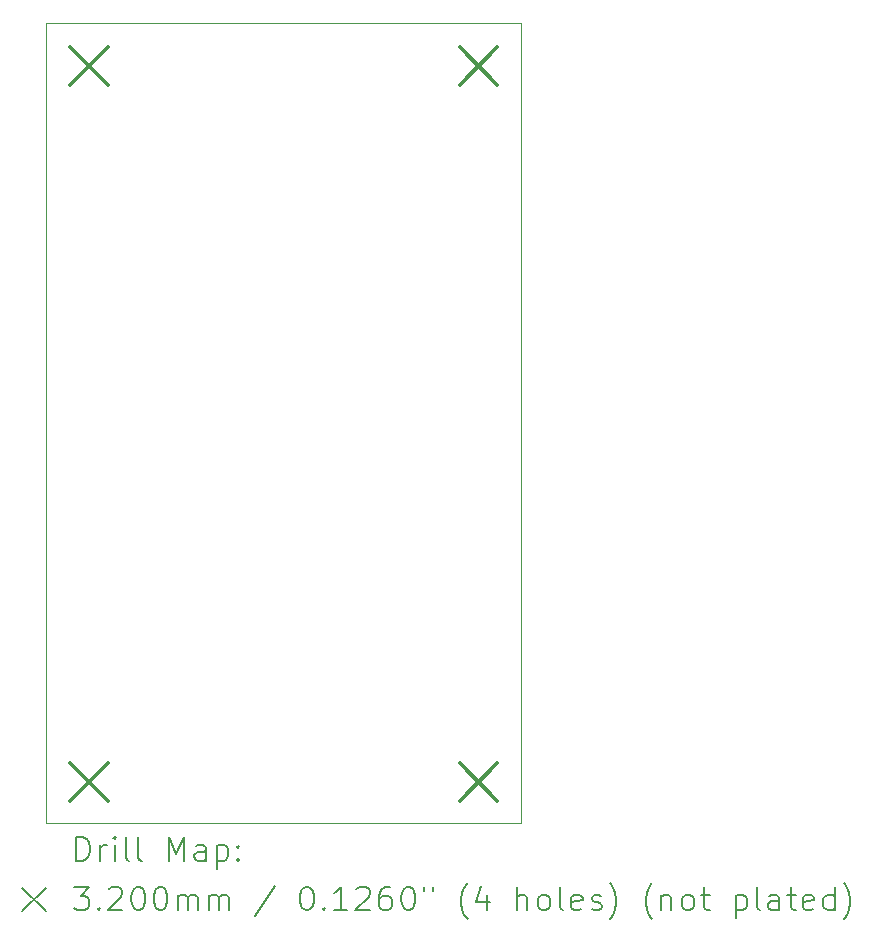
<source format=gbr>
%TF.GenerationSoftware,KiCad,Pcbnew,7.0.7+dfsg-1*%
%TF.CreationDate,2024-04-04T18:04:26+01:00*%
%TF.ProjectId,point-controller-switches,706f696e-742d-4636-9f6e-74726f6c6c65,rev?*%
%TF.SameCoordinates,Original*%
%TF.FileFunction,Drillmap*%
%TF.FilePolarity,Positive*%
%FSLAX45Y45*%
G04 Gerber Fmt 4.5, Leading zero omitted, Abs format (unit mm)*
G04 Created by KiCad (PCBNEW 7.0.7+dfsg-1) date 2024-04-04 18:04:26*
%MOMM*%
%LPD*%
G01*
G04 APERTURE LIST*
%ADD10C,0.100000*%
%ADD11C,0.200000*%
%ADD12C,0.320000*%
G04 APERTURE END LIST*
D10*
X10640000Y-8372500D02*
X14660000Y-8372500D01*
X14660000Y-15152500D01*
X10640000Y-15152500D01*
X10640000Y-8372500D01*
D11*
D12*
X10840000Y-8580000D02*
X11160000Y-8900000D01*
X11160000Y-8580000D02*
X10840000Y-8900000D01*
X10840000Y-14640000D02*
X11160000Y-14960000D01*
X11160000Y-14640000D02*
X10840000Y-14960000D01*
X14140000Y-8580000D02*
X14460000Y-8900000D01*
X14460000Y-8580000D02*
X14140000Y-8900000D01*
X14140000Y-14640000D02*
X14460000Y-14960000D01*
X14460000Y-14640000D02*
X14140000Y-14960000D01*
D11*
X10895777Y-15468984D02*
X10895777Y-15268984D01*
X10895777Y-15268984D02*
X10943396Y-15268984D01*
X10943396Y-15268984D02*
X10971967Y-15278508D01*
X10971967Y-15278508D02*
X10991015Y-15297555D01*
X10991015Y-15297555D02*
X11000539Y-15316603D01*
X11000539Y-15316603D02*
X11010063Y-15354698D01*
X11010063Y-15354698D02*
X11010063Y-15383269D01*
X11010063Y-15383269D02*
X11000539Y-15421365D01*
X11000539Y-15421365D02*
X10991015Y-15440412D01*
X10991015Y-15440412D02*
X10971967Y-15459460D01*
X10971967Y-15459460D02*
X10943396Y-15468984D01*
X10943396Y-15468984D02*
X10895777Y-15468984D01*
X11095777Y-15468984D02*
X11095777Y-15335650D01*
X11095777Y-15373746D02*
X11105301Y-15354698D01*
X11105301Y-15354698D02*
X11114824Y-15345174D01*
X11114824Y-15345174D02*
X11133872Y-15335650D01*
X11133872Y-15335650D02*
X11152920Y-15335650D01*
X11219586Y-15468984D02*
X11219586Y-15335650D01*
X11219586Y-15268984D02*
X11210062Y-15278508D01*
X11210062Y-15278508D02*
X11219586Y-15288031D01*
X11219586Y-15288031D02*
X11229110Y-15278508D01*
X11229110Y-15278508D02*
X11219586Y-15268984D01*
X11219586Y-15268984D02*
X11219586Y-15288031D01*
X11343396Y-15468984D02*
X11324348Y-15459460D01*
X11324348Y-15459460D02*
X11314824Y-15440412D01*
X11314824Y-15440412D02*
X11314824Y-15268984D01*
X11448158Y-15468984D02*
X11429110Y-15459460D01*
X11429110Y-15459460D02*
X11419586Y-15440412D01*
X11419586Y-15440412D02*
X11419586Y-15268984D01*
X11676729Y-15468984D02*
X11676729Y-15268984D01*
X11676729Y-15268984D02*
X11743396Y-15411841D01*
X11743396Y-15411841D02*
X11810062Y-15268984D01*
X11810062Y-15268984D02*
X11810062Y-15468984D01*
X11991015Y-15468984D02*
X11991015Y-15364222D01*
X11991015Y-15364222D02*
X11981491Y-15345174D01*
X11981491Y-15345174D02*
X11962443Y-15335650D01*
X11962443Y-15335650D02*
X11924348Y-15335650D01*
X11924348Y-15335650D02*
X11905301Y-15345174D01*
X11991015Y-15459460D02*
X11971967Y-15468984D01*
X11971967Y-15468984D02*
X11924348Y-15468984D01*
X11924348Y-15468984D02*
X11905301Y-15459460D01*
X11905301Y-15459460D02*
X11895777Y-15440412D01*
X11895777Y-15440412D02*
X11895777Y-15421365D01*
X11895777Y-15421365D02*
X11905301Y-15402317D01*
X11905301Y-15402317D02*
X11924348Y-15392793D01*
X11924348Y-15392793D02*
X11971967Y-15392793D01*
X11971967Y-15392793D02*
X11991015Y-15383269D01*
X12086253Y-15335650D02*
X12086253Y-15535650D01*
X12086253Y-15345174D02*
X12105301Y-15335650D01*
X12105301Y-15335650D02*
X12143396Y-15335650D01*
X12143396Y-15335650D02*
X12162443Y-15345174D01*
X12162443Y-15345174D02*
X12171967Y-15354698D01*
X12171967Y-15354698D02*
X12181491Y-15373746D01*
X12181491Y-15373746D02*
X12181491Y-15430888D01*
X12181491Y-15430888D02*
X12171967Y-15449936D01*
X12171967Y-15449936D02*
X12162443Y-15459460D01*
X12162443Y-15459460D02*
X12143396Y-15468984D01*
X12143396Y-15468984D02*
X12105301Y-15468984D01*
X12105301Y-15468984D02*
X12086253Y-15459460D01*
X12267205Y-15449936D02*
X12276729Y-15459460D01*
X12276729Y-15459460D02*
X12267205Y-15468984D01*
X12267205Y-15468984D02*
X12257682Y-15459460D01*
X12257682Y-15459460D02*
X12267205Y-15449936D01*
X12267205Y-15449936D02*
X12267205Y-15468984D01*
X12267205Y-15345174D02*
X12276729Y-15354698D01*
X12276729Y-15354698D02*
X12267205Y-15364222D01*
X12267205Y-15364222D02*
X12257682Y-15354698D01*
X12257682Y-15354698D02*
X12267205Y-15345174D01*
X12267205Y-15345174D02*
X12267205Y-15364222D01*
X10435000Y-15697500D02*
X10635000Y-15897500D01*
X10635000Y-15697500D02*
X10435000Y-15897500D01*
X10876729Y-15688984D02*
X11000539Y-15688984D01*
X11000539Y-15688984D02*
X10933872Y-15765174D01*
X10933872Y-15765174D02*
X10962444Y-15765174D01*
X10962444Y-15765174D02*
X10981491Y-15774698D01*
X10981491Y-15774698D02*
X10991015Y-15784222D01*
X10991015Y-15784222D02*
X11000539Y-15803269D01*
X11000539Y-15803269D02*
X11000539Y-15850888D01*
X11000539Y-15850888D02*
X10991015Y-15869936D01*
X10991015Y-15869936D02*
X10981491Y-15879460D01*
X10981491Y-15879460D02*
X10962444Y-15888984D01*
X10962444Y-15888984D02*
X10905301Y-15888984D01*
X10905301Y-15888984D02*
X10886253Y-15879460D01*
X10886253Y-15879460D02*
X10876729Y-15869936D01*
X11086253Y-15869936D02*
X11095777Y-15879460D01*
X11095777Y-15879460D02*
X11086253Y-15888984D01*
X11086253Y-15888984D02*
X11076729Y-15879460D01*
X11076729Y-15879460D02*
X11086253Y-15869936D01*
X11086253Y-15869936D02*
X11086253Y-15888984D01*
X11171967Y-15708031D02*
X11181491Y-15698508D01*
X11181491Y-15698508D02*
X11200539Y-15688984D01*
X11200539Y-15688984D02*
X11248158Y-15688984D01*
X11248158Y-15688984D02*
X11267205Y-15698508D01*
X11267205Y-15698508D02*
X11276729Y-15708031D01*
X11276729Y-15708031D02*
X11286253Y-15727079D01*
X11286253Y-15727079D02*
X11286253Y-15746127D01*
X11286253Y-15746127D02*
X11276729Y-15774698D01*
X11276729Y-15774698D02*
X11162444Y-15888984D01*
X11162444Y-15888984D02*
X11286253Y-15888984D01*
X11410062Y-15688984D02*
X11429110Y-15688984D01*
X11429110Y-15688984D02*
X11448158Y-15698508D01*
X11448158Y-15698508D02*
X11457682Y-15708031D01*
X11457682Y-15708031D02*
X11467205Y-15727079D01*
X11467205Y-15727079D02*
X11476729Y-15765174D01*
X11476729Y-15765174D02*
X11476729Y-15812793D01*
X11476729Y-15812793D02*
X11467205Y-15850888D01*
X11467205Y-15850888D02*
X11457682Y-15869936D01*
X11457682Y-15869936D02*
X11448158Y-15879460D01*
X11448158Y-15879460D02*
X11429110Y-15888984D01*
X11429110Y-15888984D02*
X11410062Y-15888984D01*
X11410062Y-15888984D02*
X11391015Y-15879460D01*
X11391015Y-15879460D02*
X11381491Y-15869936D01*
X11381491Y-15869936D02*
X11371967Y-15850888D01*
X11371967Y-15850888D02*
X11362443Y-15812793D01*
X11362443Y-15812793D02*
X11362443Y-15765174D01*
X11362443Y-15765174D02*
X11371967Y-15727079D01*
X11371967Y-15727079D02*
X11381491Y-15708031D01*
X11381491Y-15708031D02*
X11391015Y-15698508D01*
X11391015Y-15698508D02*
X11410062Y-15688984D01*
X11600539Y-15688984D02*
X11619586Y-15688984D01*
X11619586Y-15688984D02*
X11638634Y-15698508D01*
X11638634Y-15698508D02*
X11648158Y-15708031D01*
X11648158Y-15708031D02*
X11657682Y-15727079D01*
X11657682Y-15727079D02*
X11667205Y-15765174D01*
X11667205Y-15765174D02*
X11667205Y-15812793D01*
X11667205Y-15812793D02*
X11657682Y-15850888D01*
X11657682Y-15850888D02*
X11648158Y-15869936D01*
X11648158Y-15869936D02*
X11638634Y-15879460D01*
X11638634Y-15879460D02*
X11619586Y-15888984D01*
X11619586Y-15888984D02*
X11600539Y-15888984D01*
X11600539Y-15888984D02*
X11581491Y-15879460D01*
X11581491Y-15879460D02*
X11571967Y-15869936D01*
X11571967Y-15869936D02*
X11562443Y-15850888D01*
X11562443Y-15850888D02*
X11552920Y-15812793D01*
X11552920Y-15812793D02*
X11552920Y-15765174D01*
X11552920Y-15765174D02*
X11562443Y-15727079D01*
X11562443Y-15727079D02*
X11571967Y-15708031D01*
X11571967Y-15708031D02*
X11581491Y-15698508D01*
X11581491Y-15698508D02*
X11600539Y-15688984D01*
X11752920Y-15888984D02*
X11752920Y-15755650D01*
X11752920Y-15774698D02*
X11762443Y-15765174D01*
X11762443Y-15765174D02*
X11781491Y-15755650D01*
X11781491Y-15755650D02*
X11810063Y-15755650D01*
X11810063Y-15755650D02*
X11829110Y-15765174D01*
X11829110Y-15765174D02*
X11838634Y-15784222D01*
X11838634Y-15784222D02*
X11838634Y-15888984D01*
X11838634Y-15784222D02*
X11848158Y-15765174D01*
X11848158Y-15765174D02*
X11867205Y-15755650D01*
X11867205Y-15755650D02*
X11895777Y-15755650D01*
X11895777Y-15755650D02*
X11914824Y-15765174D01*
X11914824Y-15765174D02*
X11924348Y-15784222D01*
X11924348Y-15784222D02*
X11924348Y-15888984D01*
X12019586Y-15888984D02*
X12019586Y-15755650D01*
X12019586Y-15774698D02*
X12029110Y-15765174D01*
X12029110Y-15765174D02*
X12048158Y-15755650D01*
X12048158Y-15755650D02*
X12076729Y-15755650D01*
X12076729Y-15755650D02*
X12095777Y-15765174D01*
X12095777Y-15765174D02*
X12105301Y-15784222D01*
X12105301Y-15784222D02*
X12105301Y-15888984D01*
X12105301Y-15784222D02*
X12114824Y-15765174D01*
X12114824Y-15765174D02*
X12133872Y-15755650D01*
X12133872Y-15755650D02*
X12162443Y-15755650D01*
X12162443Y-15755650D02*
X12181491Y-15765174D01*
X12181491Y-15765174D02*
X12191015Y-15784222D01*
X12191015Y-15784222D02*
X12191015Y-15888984D01*
X12581491Y-15679460D02*
X12410063Y-15936603D01*
X12838634Y-15688984D02*
X12857682Y-15688984D01*
X12857682Y-15688984D02*
X12876729Y-15698508D01*
X12876729Y-15698508D02*
X12886253Y-15708031D01*
X12886253Y-15708031D02*
X12895777Y-15727079D01*
X12895777Y-15727079D02*
X12905301Y-15765174D01*
X12905301Y-15765174D02*
X12905301Y-15812793D01*
X12905301Y-15812793D02*
X12895777Y-15850888D01*
X12895777Y-15850888D02*
X12886253Y-15869936D01*
X12886253Y-15869936D02*
X12876729Y-15879460D01*
X12876729Y-15879460D02*
X12857682Y-15888984D01*
X12857682Y-15888984D02*
X12838634Y-15888984D01*
X12838634Y-15888984D02*
X12819586Y-15879460D01*
X12819586Y-15879460D02*
X12810063Y-15869936D01*
X12810063Y-15869936D02*
X12800539Y-15850888D01*
X12800539Y-15850888D02*
X12791015Y-15812793D01*
X12791015Y-15812793D02*
X12791015Y-15765174D01*
X12791015Y-15765174D02*
X12800539Y-15727079D01*
X12800539Y-15727079D02*
X12810063Y-15708031D01*
X12810063Y-15708031D02*
X12819586Y-15698508D01*
X12819586Y-15698508D02*
X12838634Y-15688984D01*
X12991015Y-15869936D02*
X13000539Y-15879460D01*
X13000539Y-15879460D02*
X12991015Y-15888984D01*
X12991015Y-15888984D02*
X12981491Y-15879460D01*
X12981491Y-15879460D02*
X12991015Y-15869936D01*
X12991015Y-15869936D02*
X12991015Y-15888984D01*
X13191015Y-15888984D02*
X13076729Y-15888984D01*
X13133872Y-15888984D02*
X13133872Y-15688984D01*
X13133872Y-15688984D02*
X13114825Y-15717555D01*
X13114825Y-15717555D02*
X13095777Y-15736603D01*
X13095777Y-15736603D02*
X13076729Y-15746127D01*
X13267206Y-15708031D02*
X13276729Y-15698508D01*
X13276729Y-15698508D02*
X13295777Y-15688984D01*
X13295777Y-15688984D02*
X13343396Y-15688984D01*
X13343396Y-15688984D02*
X13362444Y-15698508D01*
X13362444Y-15698508D02*
X13371967Y-15708031D01*
X13371967Y-15708031D02*
X13381491Y-15727079D01*
X13381491Y-15727079D02*
X13381491Y-15746127D01*
X13381491Y-15746127D02*
X13371967Y-15774698D01*
X13371967Y-15774698D02*
X13257682Y-15888984D01*
X13257682Y-15888984D02*
X13381491Y-15888984D01*
X13552920Y-15688984D02*
X13514825Y-15688984D01*
X13514825Y-15688984D02*
X13495777Y-15698508D01*
X13495777Y-15698508D02*
X13486253Y-15708031D01*
X13486253Y-15708031D02*
X13467206Y-15736603D01*
X13467206Y-15736603D02*
X13457682Y-15774698D01*
X13457682Y-15774698D02*
X13457682Y-15850888D01*
X13457682Y-15850888D02*
X13467206Y-15869936D01*
X13467206Y-15869936D02*
X13476729Y-15879460D01*
X13476729Y-15879460D02*
X13495777Y-15888984D01*
X13495777Y-15888984D02*
X13533872Y-15888984D01*
X13533872Y-15888984D02*
X13552920Y-15879460D01*
X13552920Y-15879460D02*
X13562444Y-15869936D01*
X13562444Y-15869936D02*
X13571967Y-15850888D01*
X13571967Y-15850888D02*
X13571967Y-15803269D01*
X13571967Y-15803269D02*
X13562444Y-15784222D01*
X13562444Y-15784222D02*
X13552920Y-15774698D01*
X13552920Y-15774698D02*
X13533872Y-15765174D01*
X13533872Y-15765174D02*
X13495777Y-15765174D01*
X13495777Y-15765174D02*
X13476729Y-15774698D01*
X13476729Y-15774698D02*
X13467206Y-15784222D01*
X13467206Y-15784222D02*
X13457682Y-15803269D01*
X13695777Y-15688984D02*
X13714825Y-15688984D01*
X13714825Y-15688984D02*
X13733872Y-15698508D01*
X13733872Y-15698508D02*
X13743396Y-15708031D01*
X13743396Y-15708031D02*
X13752920Y-15727079D01*
X13752920Y-15727079D02*
X13762444Y-15765174D01*
X13762444Y-15765174D02*
X13762444Y-15812793D01*
X13762444Y-15812793D02*
X13752920Y-15850888D01*
X13752920Y-15850888D02*
X13743396Y-15869936D01*
X13743396Y-15869936D02*
X13733872Y-15879460D01*
X13733872Y-15879460D02*
X13714825Y-15888984D01*
X13714825Y-15888984D02*
X13695777Y-15888984D01*
X13695777Y-15888984D02*
X13676729Y-15879460D01*
X13676729Y-15879460D02*
X13667206Y-15869936D01*
X13667206Y-15869936D02*
X13657682Y-15850888D01*
X13657682Y-15850888D02*
X13648158Y-15812793D01*
X13648158Y-15812793D02*
X13648158Y-15765174D01*
X13648158Y-15765174D02*
X13657682Y-15727079D01*
X13657682Y-15727079D02*
X13667206Y-15708031D01*
X13667206Y-15708031D02*
X13676729Y-15698508D01*
X13676729Y-15698508D02*
X13695777Y-15688984D01*
X13838634Y-15688984D02*
X13838634Y-15727079D01*
X13914825Y-15688984D02*
X13914825Y-15727079D01*
X14210063Y-15965174D02*
X14200539Y-15955650D01*
X14200539Y-15955650D02*
X14181491Y-15927079D01*
X14181491Y-15927079D02*
X14171968Y-15908031D01*
X14171968Y-15908031D02*
X14162444Y-15879460D01*
X14162444Y-15879460D02*
X14152920Y-15831841D01*
X14152920Y-15831841D02*
X14152920Y-15793746D01*
X14152920Y-15793746D02*
X14162444Y-15746127D01*
X14162444Y-15746127D02*
X14171968Y-15717555D01*
X14171968Y-15717555D02*
X14181491Y-15698508D01*
X14181491Y-15698508D02*
X14200539Y-15669936D01*
X14200539Y-15669936D02*
X14210063Y-15660412D01*
X14371968Y-15755650D02*
X14371968Y-15888984D01*
X14324348Y-15679460D02*
X14276729Y-15822317D01*
X14276729Y-15822317D02*
X14400539Y-15822317D01*
X14629110Y-15888984D02*
X14629110Y-15688984D01*
X14714825Y-15888984D02*
X14714825Y-15784222D01*
X14714825Y-15784222D02*
X14705301Y-15765174D01*
X14705301Y-15765174D02*
X14686253Y-15755650D01*
X14686253Y-15755650D02*
X14657682Y-15755650D01*
X14657682Y-15755650D02*
X14638634Y-15765174D01*
X14638634Y-15765174D02*
X14629110Y-15774698D01*
X14838634Y-15888984D02*
X14819587Y-15879460D01*
X14819587Y-15879460D02*
X14810063Y-15869936D01*
X14810063Y-15869936D02*
X14800539Y-15850888D01*
X14800539Y-15850888D02*
X14800539Y-15793746D01*
X14800539Y-15793746D02*
X14810063Y-15774698D01*
X14810063Y-15774698D02*
X14819587Y-15765174D01*
X14819587Y-15765174D02*
X14838634Y-15755650D01*
X14838634Y-15755650D02*
X14867206Y-15755650D01*
X14867206Y-15755650D02*
X14886253Y-15765174D01*
X14886253Y-15765174D02*
X14895777Y-15774698D01*
X14895777Y-15774698D02*
X14905301Y-15793746D01*
X14905301Y-15793746D02*
X14905301Y-15850888D01*
X14905301Y-15850888D02*
X14895777Y-15869936D01*
X14895777Y-15869936D02*
X14886253Y-15879460D01*
X14886253Y-15879460D02*
X14867206Y-15888984D01*
X14867206Y-15888984D02*
X14838634Y-15888984D01*
X15019587Y-15888984D02*
X15000539Y-15879460D01*
X15000539Y-15879460D02*
X14991015Y-15860412D01*
X14991015Y-15860412D02*
X14991015Y-15688984D01*
X15171968Y-15879460D02*
X15152920Y-15888984D01*
X15152920Y-15888984D02*
X15114825Y-15888984D01*
X15114825Y-15888984D02*
X15095777Y-15879460D01*
X15095777Y-15879460D02*
X15086253Y-15860412D01*
X15086253Y-15860412D02*
X15086253Y-15784222D01*
X15086253Y-15784222D02*
X15095777Y-15765174D01*
X15095777Y-15765174D02*
X15114825Y-15755650D01*
X15114825Y-15755650D02*
X15152920Y-15755650D01*
X15152920Y-15755650D02*
X15171968Y-15765174D01*
X15171968Y-15765174D02*
X15181491Y-15784222D01*
X15181491Y-15784222D02*
X15181491Y-15803269D01*
X15181491Y-15803269D02*
X15086253Y-15822317D01*
X15257682Y-15879460D02*
X15276730Y-15888984D01*
X15276730Y-15888984D02*
X15314825Y-15888984D01*
X15314825Y-15888984D02*
X15333872Y-15879460D01*
X15333872Y-15879460D02*
X15343396Y-15860412D01*
X15343396Y-15860412D02*
X15343396Y-15850888D01*
X15343396Y-15850888D02*
X15333872Y-15831841D01*
X15333872Y-15831841D02*
X15314825Y-15822317D01*
X15314825Y-15822317D02*
X15286253Y-15822317D01*
X15286253Y-15822317D02*
X15267206Y-15812793D01*
X15267206Y-15812793D02*
X15257682Y-15793746D01*
X15257682Y-15793746D02*
X15257682Y-15784222D01*
X15257682Y-15784222D02*
X15267206Y-15765174D01*
X15267206Y-15765174D02*
X15286253Y-15755650D01*
X15286253Y-15755650D02*
X15314825Y-15755650D01*
X15314825Y-15755650D02*
X15333872Y-15765174D01*
X15410063Y-15965174D02*
X15419587Y-15955650D01*
X15419587Y-15955650D02*
X15438634Y-15927079D01*
X15438634Y-15927079D02*
X15448158Y-15908031D01*
X15448158Y-15908031D02*
X15457682Y-15879460D01*
X15457682Y-15879460D02*
X15467206Y-15831841D01*
X15467206Y-15831841D02*
X15467206Y-15793746D01*
X15467206Y-15793746D02*
X15457682Y-15746127D01*
X15457682Y-15746127D02*
X15448158Y-15717555D01*
X15448158Y-15717555D02*
X15438634Y-15698508D01*
X15438634Y-15698508D02*
X15419587Y-15669936D01*
X15419587Y-15669936D02*
X15410063Y-15660412D01*
X15771968Y-15965174D02*
X15762444Y-15955650D01*
X15762444Y-15955650D02*
X15743396Y-15927079D01*
X15743396Y-15927079D02*
X15733872Y-15908031D01*
X15733872Y-15908031D02*
X15724349Y-15879460D01*
X15724349Y-15879460D02*
X15714825Y-15831841D01*
X15714825Y-15831841D02*
X15714825Y-15793746D01*
X15714825Y-15793746D02*
X15724349Y-15746127D01*
X15724349Y-15746127D02*
X15733872Y-15717555D01*
X15733872Y-15717555D02*
X15743396Y-15698508D01*
X15743396Y-15698508D02*
X15762444Y-15669936D01*
X15762444Y-15669936D02*
X15771968Y-15660412D01*
X15848158Y-15755650D02*
X15848158Y-15888984D01*
X15848158Y-15774698D02*
X15857682Y-15765174D01*
X15857682Y-15765174D02*
X15876730Y-15755650D01*
X15876730Y-15755650D02*
X15905301Y-15755650D01*
X15905301Y-15755650D02*
X15924349Y-15765174D01*
X15924349Y-15765174D02*
X15933872Y-15784222D01*
X15933872Y-15784222D02*
X15933872Y-15888984D01*
X16057682Y-15888984D02*
X16038634Y-15879460D01*
X16038634Y-15879460D02*
X16029111Y-15869936D01*
X16029111Y-15869936D02*
X16019587Y-15850888D01*
X16019587Y-15850888D02*
X16019587Y-15793746D01*
X16019587Y-15793746D02*
X16029111Y-15774698D01*
X16029111Y-15774698D02*
X16038634Y-15765174D01*
X16038634Y-15765174D02*
X16057682Y-15755650D01*
X16057682Y-15755650D02*
X16086253Y-15755650D01*
X16086253Y-15755650D02*
X16105301Y-15765174D01*
X16105301Y-15765174D02*
X16114825Y-15774698D01*
X16114825Y-15774698D02*
X16124349Y-15793746D01*
X16124349Y-15793746D02*
X16124349Y-15850888D01*
X16124349Y-15850888D02*
X16114825Y-15869936D01*
X16114825Y-15869936D02*
X16105301Y-15879460D01*
X16105301Y-15879460D02*
X16086253Y-15888984D01*
X16086253Y-15888984D02*
X16057682Y-15888984D01*
X16181492Y-15755650D02*
X16257682Y-15755650D01*
X16210063Y-15688984D02*
X16210063Y-15860412D01*
X16210063Y-15860412D02*
X16219587Y-15879460D01*
X16219587Y-15879460D02*
X16238634Y-15888984D01*
X16238634Y-15888984D02*
X16257682Y-15888984D01*
X16476730Y-15755650D02*
X16476730Y-15955650D01*
X16476730Y-15765174D02*
X16495777Y-15755650D01*
X16495777Y-15755650D02*
X16533873Y-15755650D01*
X16533873Y-15755650D02*
X16552920Y-15765174D01*
X16552920Y-15765174D02*
X16562444Y-15774698D01*
X16562444Y-15774698D02*
X16571968Y-15793746D01*
X16571968Y-15793746D02*
X16571968Y-15850888D01*
X16571968Y-15850888D02*
X16562444Y-15869936D01*
X16562444Y-15869936D02*
X16552920Y-15879460D01*
X16552920Y-15879460D02*
X16533873Y-15888984D01*
X16533873Y-15888984D02*
X16495777Y-15888984D01*
X16495777Y-15888984D02*
X16476730Y-15879460D01*
X16686253Y-15888984D02*
X16667206Y-15879460D01*
X16667206Y-15879460D02*
X16657682Y-15860412D01*
X16657682Y-15860412D02*
X16657682Y-15688984D01*
X16848158Y-15888984D02*
X16848158Y-15784222D01*
X16848158Y-15784222D02*
X16838635Y-15765174D01*
X16838635Y-15765174D02*
X16819587Y-15755650D01*
X16819587Y-15755650D02*
X16781492Y-15755650D01*
X16781492Y-15755650D02*
X16762444Y-15765174D01*
X16848158Y-15879460D02*
X16829111Y-15888984D01*
X16829111Y-15888984D02*
X16781492Y-15888984D01*
X16781492Y-15888984D02*
X16762444Y-15879460D01*
X16762444Y-15879460D02*
X16752920Y-15860412D01*
X16752920Y-15860412D02*
X16752920Y-15841365D01*
X16752920Y-15841365D02*
X16762444Y-15822317D01*
X16762444Y-15822317D02*
X16781492Y-15812793D01*
X16781492Y-15812793D02*
X16829111Y-15812793D01*
X16829111Y-15812793D02*
X16848158Y-15803269D01*
X16914825Y-15755650D02*
X16991015Y-15755650D01*
X16943396Y-15688984D02*
X16943396Y-15860412D01*
X16943396Y-15860412D02*
X16952920Y-15879460D01*
X16952920Y-15879460D02*
X16971968Y-15888984D01*
X16971968Y-15888984D02*
X16991015Y-15888984D01*
X17133873Y-15879460D02*
X17114825Y-15888984D01*
X17114825Y-15888984D02*
X17076730Y-15888984D01*
X17076730Y-15888984D02*
X17057682Y-15879460D01*
X17057682Y-15879460D02*
X17048158Y-15860412D01*
X17048158Y-15860412D02*
X17048158Y-15784222D01*
X17048158Y-15784222D02*
X17057682Y-15765174D01*
X17057682Y-15765174D02*
X17076730Y-15755650D01*
X17076730Y-15755650D02*
X17114825Y-15755650D01*
X17114825Y-15755650D02*
X17133873Y-15765174D01*
X17133873Y-15765174D02*
X17143396Y-15784222D01*
X17143396Y-15784222D02*
X17143396Y-15803269D01*
X17143396Y-15803269D02*
X17048158Y-15822317D01*
X17314825Y-15888984D02*
X17314825Y-15688984D01*
X17314825Y-15879460D02*
X17295777Y-15888984D01*
X17295777Y-15888984D02*
X17257682Y-15888984D01*
X17257682Y-15888984D02*
X17238635Y-15879460D01*
X17238635Y-15879460D02*
X17229111Y-15869936D01*
X17229111Y-15869936D02*
X17219587Y-15850888D01*
X17219587Y-15850888D02*
X17219587Y-15793746D01*
X17219587Y-15793746D02*
X17229111Y-15774698D01*
X17229111Y-15774698D02*
X17238635Y-15765174D01*
X17238635Y-15765174D02*
X17257682Y-15755650D01*
X17257682Y-15755650D02*
X17295777Y-15755650D01*
X17295777Y-15755650D02*
X17314825Y-15765174D01*
X17391016Y-15965174D02*
X17400539Y-15955650D01*
X17400539Y-15955650D02*
X17419587Y-15927079D01*
X17419587Y-15927079D02*
X17429111Y-15908031D01*
X17429111Y-15908031D02*
X17438635Y-15879460D01*
X17438635Y-15879460D02*
X17448158Y-15831841D01*
X17448158Y-15831841D02*
X17448158Y-15793746D01*
X17448158Y-15793746D02*
X17438635Y-15746127D01*
X17438635Y-15746127D02*
X17429111Y-15717555D01*
X17429111Y-15717555D02*
X17419587Y-15698508D01*
X17419587Y-15698508D02*
X17400539Y-15669936D01*
X17400539Y-15669936D02*
X17391016Y-15660412D01*
M02*

</source>
